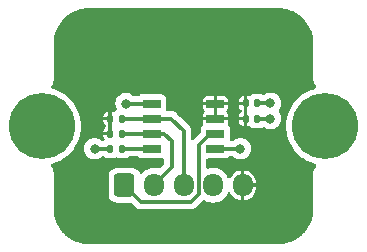
<source format=gbr>
%TF.GenerationSoftware,KiCad,Pcbnew,7.0.1*%
%TF.CreationDate,2023-07-17T00:53:10+01:00*%
%TF.ProjectId,Motor Encoder Board,4d6f746f-7220-4456-9e63-6f6465722042,rev?*%
%TF.SameCoordinates,Original*%
%TF.FileFunction,Copper,L2,Bot*%
%TF.FilePolarity,Positive*%
%FSLAX46Y46*%
G04 Gerber Fmt 4.6, Leading zero omitted, Abs format (unit mm)*
G04 Created by KiCad (PCBNEW 7.0.1) date 2023-07-17 00:53:10*
%MOMM*%
%LPD*%
G01*
G04 APERTURE LIST*
G04 Aperture macros list*
%AMRoundRect*
0 Rectangle with rounded corners*
0 $1 Rounding radius*
0 $2 $3 $4 $5 $6 $7 $8 $9 X,Y pos of 4 corners*
0 Add a 4 corners polygon primitive as box body*
4,1,4,$2,$3,$4,$5,$6,$7,$8,$9,$2,$3,0*
0 Add four circle primitives for the rounded corners*
1,1,$1+$1,$2,$3*
1,1,$1+$1,$4,$5*
1,1,$1+$1,$6,$7*
1,1,$1+$1,$8,$9*
0 Add four rect primitives between the rounded corners*
20,1,$1+$1,$2,$3,$4,$5,0*
20,1,$1+$1,$4,$5,$6,$7,0*
20,1,$1+$1,$6,$7,$8,$9,0*
20,1,$1+$1,$8,$9,$2,$3,0*%
G04 Aperture macros list end*
%TA.AperFunction,ComponentPad*%
%ADD10C,5.600000*%
%TD*%
%TA.AperFunction,ComponentPad*%
%ADD11RoundRect,0.250000X-0.600000X-0.725000X0.600000X-0.725000X0.600000X0.725000X-0.600000X0.725000X0*%
%TD*%
%TA.AperFunction,ComponentPad*%
%ADD12O,1.700000X1.950000*%
%TD*%
%TA.AperFunction,SMDPad,CuDef*%
%ADD13R,1.500000X0.650000*%
%TD*%
%TA.AperFunction,SMDPad,CuDef*%
%ADD14RoundRect,0.140000X-0.140000X-0.170000X0.140000X-0.170000X0.140000X0.170000X-0.140000X0.170000X0*%
%TD*%
%TA.AperFunction,SMDPad,CuDef*%
%ADD15RoundRect,0.135000X0.135000X0.185000X-0.135000X0.185000X-0.135000X-0.185000X0.135000X-0.185000X0*%
%TD*%
%TA.AperFunction,SMDPad,CuDef*%
%ADD16RoundRect,0.135000X-0.135000X-0.185000X0.135000X-0.185000X0.135000X0.185000X-0.135000X0.185000X0*%
%TD*%
%TA.AperFunction,ViaPad*%
%ADD17C,0.800000*%
%TD*%
%TA.AperFunction,Conductor*%
%ADD18C,0.300000*%
%TD*%
G04 APERTURE END LIST*
D10*
%TO.P,H2,1,1*%
%TO.N,unconnected-(H2-Pad1)*%
X129000000Y-61000000D03*
%TD*%
%TO.P,H1,1,1*%
%TO.N,unconnected-(H1-Pad1)*%
X105000000Y-61000000D03*
%TD*%
D11*
%TO.P,J1,1,Pin_1*%
%TO.N,OUT*%
X112000000Y-66000000D03*
D12*
%TO.P,J1,2,Pin_2*%
%TO.N,/SDA*%
X114500000Y-66000000D03*
%TO.P,J1,3,Pin_3*%
%TO.N,/SCL*%
X117000000Y-66000000D03*
%TO.P,J1,4,Pin_4*%
%TO.N,GND*%
X119500000Y-66000000D03*
%TO.P,J1,5,Pin_5*%
%TO.N,+3V3*%
X122000000Y-66000000D03*
%TD*%
D13*
%TO.P,IC1,1,VDD5V*%
%TO.N,+3V3*%
X119700000Y-59095000D03*
%TO.P,IC1,2,VDD3V3*%
X119700000Y-60365000D03*
%TO.P,IC1,3,OUT*%
%TO.N,OUT*%
X119700000Y-61635000D03*
%TO.P,IC1,4,GND*%
%TO.N,GND*%
X119700000Y-62905000D03*
%TO.P,IC1,5,PGO*%
%TO.N,/PGO*%
X114300000Y-62905000D03*
%TO.P,IC1,6,SDA*%
%TO.N,/SDA*%
X114300000Y-61635000D03*
%TO.P,IC1,7,SCL*%
%TO.N,/SCL*%
X114300000Y-60365000D03*
%TO.P,IC1,8,DIR*%
%TO.N,GND*%
X114300000Y-59095000D03*
%TD*%
D14*
%TO.P,C1,1*%
%TO.N,+3V3*%
X122250000Y-59080000D03*
%TO.P,C1,2*%
%TO.N,GND*%
X123210000Y-59080000D03*
%TD*%
D15*
%TO.P,DNP2,1*%
%TO.N,/PGO*%
X111820000Y-62900000D03*
%TO.P,DNP2,2*%
%TO.N,GND*%
X110800000Y-62900000D03*
%TD*%
D16*
%TO.P,R2,1*%
%TO.N,+3V3*%
X110790000Y-61630000D03*
%TO.P,R2,2*%
%TO.N,/SDA*%
X111810000Y-61630000D03*
%TD*%
%TO.P,R1,1*%
%TO.N,+3V3*%
X110790000Y-60370000D03*
%TO.P,R1,2*%
%TO.N,/SCL*%
X111810000Y-60370000D03*
%TD*%
D14*
%TO.P,DNP1,1*%
%TO.N,+3V3*%
X122250000Y-60360000D03*
%TO.P,DNP1,2*%
%TO.N,GND*%
X123210000Y-60360000D03*
%TD*%
D17*
%TO.N,GND*%
X121820000Y-62910000D03*
X124360000Y-59080000D03*
X109470000Y-62910000D03*
X112140000Y-59090000D03*
X124360000Y-60360000D03*
%TD*%
D18*
%TO.N,GND*%
X123210000Y-60360000D02*
X124360000Y-60360000D01*
X119700000Y-62905000D02*
X121815000Y-62905000D01*
X114300000Y-59095000D02*
X112145000Y-59095000D01*
X112145000Y-59095000D02*
X112140000Y-59090000D01*
X123210000Y-59080000D02*
X124360000Y-59080000D01*
X110800000Y-62900000D02*
X109480000Y-62900000D01*
X109480000Y-62900000D02*
X109470000Y-62910000D01*
X121815000Y-62905000D02*
X121820000Y-62910000D01*
%TO.N,OUT*%
X117600000Y-67400000D02*
X113400000Y-67400000D01*
X119275000Y-61635000D02*
X118270000Y-62640000D01*
X113400000Y-67400000D02*
X112000000Y-66000000D01*
X118270000Y-66730000D02*
X117600000Y-67400000D01*
X112000000Y-66000000D02*
X111920000Y-66000000D01*
X119700000Y-61635000D02*
X119275000Y-61635000D01*
X118270000Y-62640000D02*
X118270000Y-66730000D01*
%TO.N,/SDA*%
X111815000Y-61635000D02*
X111810000Y-61630000D01*
X114300000Y-61635000D02*
X111815000Y-61635000D01*
X116000000Y-62270000D02*
X116000000Y-64500000D01*
X115365000Y-61635000D02*
X116000000Y-62270000D01*
X116000000Y-64500000D02*
X114500000Y-66000000D01*
X114500000Y-66000000D02*
X114460000Y-66000000D01*
X114300000Y-61635000D02*
X115365000Y-61635000D01*
%TO.N,/SCL*%
X117000000Y-61400000D02*
X117000000Y-66000000D01*
X114300000Y-60365000D02*
X115965000Y-60365000D01*
X115965000Y-60365000D02*
X117000000Y-61400000D01*
X114300000Y-60365000D02*
X111815000Y-60365000D01*
X111815000Y-60365000D02*
X111810000Y-60370000D01*
%TO.N,/PGO*%
X111825000Y-62905000D02*
X111820000Y-62900000D01*
X114300000Y-62905000D02*
X111825000Y-62905000D01*
%TD*%
%TA.AperFunction,Conductor*%
%TO.N,+3V3*%
G36*
X125003243Y-51000669D02*
G01*
X125133379Y-51007490D01*
X125313908Y-51017628D01*
X125326309Y-51018955D01*
X125474990Y-51042504D01*
X125476245Y-51042709D01*
X125635324Y-51069738D01*
X125646606Y-51072202D01*
X125795635Y-51112134D01*
X125797761Y-51112725D01*
X125949174Y-51156347D01*
X125959260Y-51159729D01*
X126104710Y-51215562D01*
X126107599Y-51216714D01*
X126251768Y-51276430D01*
X126260594Y-51280500D01*
X126400064Y-51351565D01*
X126403748Y-51353521D01*
X126493848Y-51403316D01*
X126539548Y-51428574D01*
X126547061Y-51433081D01*
X126678754Y-51518604D01*
X126682947Y-51521452D01*
X126809147Y-51610996D01*
X126815428Y-51615759D01*
X126937567Y-51714665D01*
X126942158Y-51718571D01*
X127057424Y-51821579D01*
X127062478Y-51826358D01*
X127173640Y-51937520D01*
X127178419Y-51942574D01*
X127281427Y-52057840D01*
X127285333Y-52062431D01*
X127384239Y-52184570D01*
X127389002Y-52190851D01*
X127478546Y-52317051D01*
X127481409Y-52321266D01*
X127566907Y-52452921D01*
X127571430Y-52460460D01*
X127646477Y-52596250D01*
X127648433Y-52599934D01*
X127719498Y-52739404D01*
X127723575Y-52748247D01*
X127783259Y-52892337D01*
X127784462Y-52895353D01*
X127840265Y-53040727D01*
X127843655Y-53050836D01*
X127887258Y-53202185D01*
X127887879Y-53204419D01*
X127927791Y-53353370D01*
X127930264Y-53364694D01*
X127957282Y-53523715D01*
X127957507Y-53525087D01*
X127981040Y-53673666D01*
X127982372Y-53686111D01*
X127992498Y-53866421D01*
X127992523Y-53866884D01*
X127999330Y-53996757D01*
X127999500Y-54003247D01*
X127999500Y-57087533D01*
X128014668Y-57173561D01*
X128029899Y-57259938D01*
X128059712Y-57341849D01*
X128089776Y-57424447D01*
X128177307Y-57576054D01*
X128205466Y-57609613D01*
X128232359Y-57666501D01*
X128227866Y-57729264D01*
X128193144Y-57781741D01*
X128137135Y-57810418D01*
X128115731Y-57815129D01*
X127842143Y-57907312D01*
X127776565Y-57929409D01*
X127776562Y-57929410D01*
X127776560Y-57929411D01*
X127451749Y-58079683D01*
X127145081Y-58264199D01*
X126860161Y-58480789D01*
X126600332Y-58726913D01*
X126368636Y-58999686D01*
X126167786Y-59295919D01*
X126000146Y-59612118D01*
X125867674Y-59944598D01*
X125771930Y-60289440D01*
X125714027Y-60642635D01*
X125694651Y-60999999D01*
X125714027Y-61357364D01*
X125714027Y-61357369D01*
X125714028Y-61357371D01*
X125735639Y-61489191D01*
X125771930Y-61710559D01*
X125867674Y-62055401D01*
X126000146Y-62387881D01*
X126167786Y-62704080D01*
X126368636Y-63000313D01*
X126600332Y-63273086D01*
X126860161Y-63519210D01*
X127063515Y-63673795D01*
X127145081Y-63735800D01*
X127451747Y-63920315D01*
X127776565Y-64070591D01*
X128115726Y-64184868D01*
X128130783Y-64188182D01*
X128137132Y-64189580D01*
X128193142Y-64218256D01*
X128227865Y-64270733D01*
X128232359Y-64333497D01*
X128205467Y-64390385D01*
X128177307Y-64423945D01*
X128089776Y-64575552D01*
X128029898Y-64740064D01*
X127999500Y-64912467D01*
X127999500Y-67996753D01*
X127999330Y-68003243D01*
X127992523Y-68133114D01*
X127992498Y-68133577D01*
X127982372Y-68313887D01*
X127981040Y-68326332D01*
X127957507Y-68474911D01*
X127957282Y-68476283D01*
X127930264Y-68635304D01*
X127927791Y-68646628D01*
X127887879Y-68795579D01*
X127887258Y-68797813D01*
X127843655Y-68949162D01*
X127840265Y-68959271D01*
X127784462Y-69104645D01*
X127783259Y-69107661D01*
X127723575Y-69251751D01*
X127719498Y-69260594D01*
X127648433Y-69400064D01*
X127646477Y-69403748D01*
X127571430Y-69539538D01*
X127566897Y-69547094D01*
X127481412Y-69678728D01*
X127478546Y-69682947D01*
X127389002Y-69809147D01*
X127384239Y-69815428D01*
X127285333Y-69937567D01*
X127281427Y-69942158D01*
X127178419Y-70057424D01*
X127173640Y-70062478D01*
X127062478Y-70173640D01*
X127057424Y-70178419D01*
X126942158Y-70281427D01*
X126937567Y-70285333D01*
X126815428Y-70384239D01*
X126809147Y-70389002D01*
X126682947Y-70478546D01*
X126678728Y-70481412D01*
X126547094Y-70566897D01*
X126539538Y-70571430D01*
X126403748Y-70646477D01*
X126400064Y-70648433D01*
X126260594Y-70719498D01*
X126251751Y-70723575D01*
X126107661Y-70783259D01*
X126104645Y-70784462D01*
X125959271Y-70840265D01*
X125949162Y-70843655D01*
X125797813Y-70887258D01*
X125795579Y-70887879D01*
X125646628Y-70927791D01*
X125635304Y-70930264D01*
X125476283Y-70957282D01*
X125474911Y-70957507D01*
X125326332Y-70981040D01*
X125313887Y-70982372D01*
X125133577Y-70992498D01*
X125133114Y-70992523D01*
X125003243Y-70999330D01*
X124996753Y-70999500D01*
X109003247Y-70999500D01*
X108996757Y-70999330D01*
X108866884Y-70992523D01*
X108866421Y-70992498D01*
X108686111Y-70982372D01*
X108673666Y-70981040D01*
X108525087Y-70957507D01*
X108523715Y-70957282D01*
X108364694Y-70930264D01*
X108353370Y-70927791D01*
X108204419Y-70887879D01*
X108202185Y-70887258D01*
X108050836Y-70843655D01*
X108040727Y-70840265D01*
X107895353Y-70784462D01*
X107892337Y-70783259D01*
X107748247Y-70723575D01*
X107739404Y-70719498D01*
X107599934Y-70648433D01*
X107596250Y-70646477D01*
X107460460Y-70571430D01*
X107452921Y-70566907D01*
X107321266Y-70481409D01*
X107317051Y-70478546D01*
X107190851Y-70389002D01*
X107184570Y-70384239D01*
X107062431Y-70285333D01*
X107057840Y-70281427D01*
X106942574Y-70178419D01*
X106937520Y-70173640D01*
X106826358Y-70062478D01*
X106821579Y-70057424D01*
X106718571Y-69942158D01*
X106714665Y-69937567D01*
X106615759Y-69815428D01*
X106610996Y-69809147D01*
X106521452Y-69682947D01*
X106518604Y-69678754D01*
X106433081Y-69547061D01*
X106428568Y-69539538D01*
X106353521Y-69403748D01*
X106351565Y-69400064D01*
X106280500Y-69260594D01*
X106276430Y-69251768D01*
X106216714Y-69107599D01*
X106215562Y-69104710D01*
X106159729Y-68959260D01*
X106156347Y-68949174D01*
X106112725Y-68797761D01*
X106112134Y-68795635D01*
X106072202Y-68646606D01*
X106069738Y-68635324D01*
X106042709Y-68476245D01*
X106042491Y-68474911D01*
X106018955Y-68326309D01*
X106017628Y-68313908D01*
X106007485Y-68133285D01*
X106007476Y-68133114D01*
X106000669Y-68003243D01*
X106000500Y-67996755D01*
X106000500Y-64912467D01*
X105981788Y-64806344D01*
X105970101Y-64740062D01*
X105910225Y-64575555D01*
X105822692Y-64423945D01*
X105794533Y-64390386D01*
X105767640Y-64333498D01*
X105772134Y-64270733D01*
X105806857Y-64218256D01*
X105862868Y-64189580D01*
X105884270Y-64184869D01*
X105884271Y-64184868D01*
X105884274Y-64184868D01*
X106223435Y-64070591D01*
X106548253Y-63920315D01*
X106854919Y-63735800D01*
X107139837Y-63519211D01*
X107399668Y-63273086D01*
X107631365Y-63000311D01*
X107692597Y-62910000D01*
X108564540Y-62910000D01*
X108584326Y-63098257D01*
X108642820Y-63278284D01*
X108737466Y-63442216D01*
X108864129Y-63582889D01*
X109017269Y-63694151D01*
X109190197Y-63771144D01*
X109375352Y-63810500D01*
X109375354Y-63810500D01*
X109564646Y-63810500D01*
X109564648Y-63810500D01*
X109688084Y-63784262D01*
X109749803Y-63771144D01*
X109922730Y-63694151D01*
X110075871Y-63582888D01*
X110075873Y-63582884D01*
X110086414Y-63575227D01*
X110087834Y-63577182D01*
X110109808Y-63561219D01*
X110160241Y-63550500D01*
X110180405Y-63550500D01*
X110227858Y-63559939D01*
X110268086Y-63586818D01*
X110272402Y-63591135D01*
X110410607Y-63672869D01*
X110564796Y-63717665D01*
X110600819Y-63720500D01*
X110999180Y-63720499D01*
X111035204Y-63717665D01*
X111189393Y-63672869D01*
X111246879Y-63638871D01*
X111310000Y-63621603D01*
X111373120Y-63638871D01*
X111394924Y-63651766D01*
X111430606Y-63672869D01*
X111503867Y-63694153D01*
X111584796Y-63717665D01*
X111620819Y-63720500D01*
X112019180Y-63720499D01*
X112055204Y-63717665D01*
X112209393Y-63672869D01*
X112347598Y-63591135D01*
X112347601Y-63591131D01*
X112350555Y-63589385D01*
X112387142Y-63564939D01*
X112434595Y-63555500D01*
X113108375Y-63555500D01*
X113147534Y-63561846D01*
X113182686Y-63580233D01*
X113192452Y-63587544D01*
X113192454Y-63587546D01*
X113307669Y-63673796D01*
X113442517Y-63724091D01*
X113502127Y-63730500D01*
X115097872Y-63730499D01*
X115157483Y-63724091D01*
X115182165Y-63714884D01*
X115240953Y-63708033D01*
X115296220Y-63729209D01*
X115335375Y-63773591D01*
X115349500Y-63831066D01*
X115349500Y-64179192D01*
X115340061Y-64226645D01*
X115313183Y-64266870D01*
X115079803Y-64500250D01*
X115026347Y-64553706D01*
X114970760Y-64585799D01*
X114906573Y-64585799D01*
X114735407Y-64539936D01*
X114500000Y-64519340D01*
X114264592Y-64539936D01*
X114036336Y-64601097D01*
X113822170Y-64700965D01*
X113628601Y-64836503D01*
X113481398Y-64983706D01*
X113434428Y-65013151D01*
X113379321Y-65019185D01*
X113327091Y-65000604D01*
X113288178Y-64961120D01*
X113192711Y-64806342D01*
X113068657Y-64682288D01*
X112919334Y-64590186D01*
X112752797Y-64535000D01*
X112650009Y-64524500D01*
X111349991Y-64524500D01*
X111247203Y-64535000D01*
X111080665Y-64590186D01*
X110931342Y-64682288D01*
X110807288Y-64806342D01*
X110715186Y-64955665D01*
X110660000Y-65122202D01*
X110649500Y-65224990D01*
X110649500Y-66775008D01*
X110660000Y-66877796D01*
X110715186Y-67044334D01*
X110807288Y-67193657D01*
X110931342Y-67317711D01*
X110931344Y-67317712D01*
X111080666Y-67409814D01*
X111192016Y-67446712D01*
X111247202Y-67464999D01*
X111257703Y-67466071D01*
X111349991Y-67475500D01*
X112504191Y-67475499D01*
X112551644Y-67484938D01*
X112591872Y-67511818D01*
X112879564Y-67799510D01*
X112892912Y-67816169D01*
X112945831Y-67865864D01*
X112948628Y-67868575D01*
X112968961Y-67888908D01*
X112972442Y-67891608D01*
X112981328Y-67899197D01*
X113014607Y-67930448D01*
X113033206Y-67940673D01*
X113049466Y-67951354D01*
X113066236Y-67964362D01*
X113086046Y-67972934D01*
X113108129Y-67982491D01*
X113118620Y-67987630D01*
X113158632Y-68009627D01*
X113179196Y-68014906D01*
X113197601Y-68021208D01*
X113217074Y-68029635D01*
X113262171Y-68036777D01*
X113273586Y-68039141D01*
X113317823Y-68050500D01*
X113339045Y-68050500D01*
X113358444Y-68052027D01*
X113360799Y-68052399D01*
X113379405Y-68055347D01*
X113421319Y-68051384D01*
X113424861Y-68051050D01*
X113436530Y-68050500D01*
X117514495Y-68050500D01*
X117535704Y-68052841D01*
X117538294Y-68052759D01*
X117538296Y-68052760D01*
X117608262Y-68050560D01*
X117612157Y-68050500D01*
X117640920Y-68050500D01*
X117640925Y-68050500D01*
X117645302Y-68049946D01*
X117656941Y-68049030D01*
X117702569Y-68047597D01*
X117722949Y-68041675D01*
X117741989Y-68037732D01*
X117763058Y-68035071D01*
X117805520Y-68018258D01*
X117816557Y-68014480D01*
X117860398Y-68001744D01*
X117878670Y-67990936D01*
X117896136Y-67982380D01*
X117915871Y-67974568D01*
X117952816Y-67947725D01*
X117962548Y-67941332D01*
X118001865Y-67918081D01*
X118016874Y-67903071D01*
X118031663Y-67890439D01*
X118048837Y-67877963D01*
X118077946Y-67842774D01*
X118085790Y-67834154D01*
X118630224Y-67289720D01*
X118678899Y-67259697D01*
X118735874Y-67254712D01*
X118789025Y-67275827D01*
X118808870Y-67289722D01*
X118822170Y-67299035D01*
X119036337Y-67398903D01*
X119264592Y-67460063D01*
X119500000Y-67480659D01*
X119735408Y-67460063D01*
X119963663Y-67398903D01*
X120177829Y-67299035D01*
X120371401Y-67163495D01*
X120538495Y-66996401D01*
X120674035Y-66802829D01*
X120748505Y-66643127D01*
X120793592Y-66591382D01*
X120859296Y-66571543D01*
X120925487Y-66589690D01*
X120971887Y-66640262D01*
X121018058Y-66732988D01*
X121146497Y-66903067D01*
X121304003Y-67046654D01*
X121485201Y-67158846D01*
X121683939Y-67235837D01*
X121850000Y-67266880D01*
X121850000Y-66150000D01*
X122150000Y-66150000D01*
X122150000Y-67266880D01*
X122316060Y-67235837D01*
X122514798Y-67158846D01*
X122695996Y-67046654D01*
X122853502Y-66903067D01*
X122981941Y-66732988D01*
X123076937Y-66542208D01*
X123135262Y-66337219D01*
X123150000Y-66178171D01*
X123150000Y-66150000D01*
X122150000Y-66150000D01*
X121850000Y-66150000D01*
X121850000Y-64733120D01*
X122150000Y-64733120D01*
X122150000Y-65850000D01*
X123150000Y-65850000D01*
X123150000Y-65821829D01*
X123135262Y-65662780D01*
X123076937Y-65457791D01*
X122981941Y-65267011D01*
X122853502Y-65096932D01*
X122695996Y-64953345D01*
X122514798Y-64841153D01*
X122316060Y-64764162D01*
X122150000Y-64733120D01*
X121850000Y-64733120D01*
X121683939Y-64764162D01*
X121485201Y-64841153D01*
X121304003Y-64953345D01*
X121146497Y-65096932D01*
X121018060Y-65267009D01*
X120971887Y-65359738D01*
X120925487Y-65410310D01*
X120859296Y-65428456D01*
X120793592Y-65408617D01*
X120748505Y-65356871D01*
X120706601Y-65267009D01*
X120674035Y-65197171D01*
X120538495Y-65003599D01*
X120371401Y-64836505D01*
X120177830Y-64700965D01*
X119963663Y-64601097D01*
X119868327Y-64575552D01*
X119735407Y-64539936D01*
X119500000Y-64519340D01*
X119264593Y-64539936D01*
X119168463Y-64565694D01*
X119076591Y-64590311D01*
X119020309Y-64592153D01*
X118969014Y-64568912D01*
X118933288Y-64525380D01*
X118920500Y-64470536D01*
X118920500Y-63854500D01*
X118937113Y-63792500D01*
X118982500Y-63747113D01*
X119044500Y-63730500D01*
X120497833Y-63730499D01*
X120497872Y-63730499D01*
X120557483Y-63724091D01*
X120692331Y-63673796D01*
X120807546Y-63587546D01*
X120807547Y-63587544D01*
X120817314Y-63580233D01*
X120852466Y-63561846D01*
X120891625Y-63555500D01*
X121136144Y-63555500D01*
X121174462Y-63561569D01*
X121209030Y-63579182D01*
X121214125Y-63582884D01*
X121214129Y-63582888D01*
X121291185Y-63638872D01*
X121367272Y-63694153D01*
X121540197Y-63771144D01*
X121725352Y-63810500D01*
X121725354Y-63810500D01*
X121914646Y-63810500D01*
X121914648Y-63810500D01*
X122038084Y-63784262D01*
X122099803Y-63771144D01*
X122272730Y-63694151D01*
X122302022Y-63672869D01*
X122425870Y-63582889D01*
X122428262Y-63580233D01*
X122552533Y-63442216D01*
X122647179Y-63278284D01*
X122705674Y-63098256D01*
X122725460Y-62910000D01*
X122705674Y-62721744D01*
X122647179Y-62541716D01*
X122647179Y-62541715D01*
X122552533Y-62377783D01*
X122425870Y-62237110D01*
X122272730Y-62125848D01*
X122099802Y-62048855D01*
X121914648Y-62009500D01*
X121914646Y-62009500D01*
X121725354Y-62009500D01*
X121725352Y-62009500D01*
X121540197Y-62048855D01*
X121367269Y-62125848D01*
X121222791Y-62230818D01*
X121188224Y-62248431D01*
X121149906Y-62254500D01*
X121052932Y-62254500D01*
X120995457Y-62240376D01*
X120951076Y-62201220D01*
X120929899Y-62145954D01*
X120936750Y-62087167D01*
X120942026Y-62073017D01*
X120944091Y-62067483D01*
X120950500Y-62007873D01*
X120950499Y-61262128D01*
X120944091Y-61202517D01*
X120893796Y-61067669D01*
X120807546Y-60952454D01*
X120807543Y-60952452D01*
X120777168Y-60929713D01*
X120741503Y-60887727D01*
X120727543Y-60834437D01*
X120738045Y-60780358D01*
X120747090Y-60759873D01*
X120750000Y-60734792D01*
X120750000Y-60515000D01*
X118650001Y-60515000D01*
X118650001Y-60734795D01*
X118652909Y-60759874D01*
X118661955Y-60780361D01*
X118672456Y-60834439D01*
X118658496Y-60887728D01*
X118622832Y-60929712D01*
X118592454Y-60952452D01*
X118506204Y-61067668D01*
X118455909Y-61202515D01*
X118455909Y-61202517D01*
X118449945Y-61257995D01*
X118449500Y-61262131D01*
X118449500Y-61489191D01*
X118440061Y-61536644D01*
X118413181Y-61576872D01*
X117870484Y-62119568D01*
X117849261Y-62136574D01*
X117840958Y-62141845D01*
X117778409Y-62161096D01*
X117714771Y-62145825D01*
X117667770Y-62100283D01*
X117650500Y-62037158D01*
X117650500Y-61485505D01*
X117652841Y-61464295D01*
X117650561Y-61391738D01*
X117650500Y-61387843D01*
X117650500Y-61359081D01*
X117650500Y-61359075D01*
X117649946Y-61354695D01*
X117649030Y-61343054D01*
X117647597Y-61297431D01*
X117641675Y-61277048D01*
X117637732Y-61258011D01*
X117635071Y-61236942D01*
X117618263Y-61194491D01*
X117614480Y-61183442D01*
X117610720Y-61170500D01*
X117601744Y-61139602D01*
X117590937Y-61121329D01*
X117582382Y-61103866D01*
X117574568Y-61084129D01*
X117547733Y-61047193D01*
X117541325Y-61037436D01*
X117518084Y-60998138D01*
X117518081Y-60998135D01*
X117503068Y-60983122D01*
X117490435Y-60968330D01*
X117489623Y-60967213D01*
X117477963Y-60951163D01*
X117469448Y-60944119D01*
X117442779Y-60922056D01*
X117434140Y-60914194D01*
X117029946Y-60510000D01*
X121670001Y-60510000D01*
X121670001Y-60583001D01*
X121672787Y-60612726D01*
X121716594Y-60737919D01*
X121795358Y-60844641D01*
X121902080Y-60923405D01*
X122027274Y-60967213D01*
X122056993Y-60970000D01*
X122100000Y-60970000D01*
X122100000Y-60969999D01*
X122400000Y-60969999D01*
X122443001Y-60969999D01*
X122472722Y-60967213D01*
X122494506Y-60959590D01*
X122563055Y-60955740D01*
X122623145Y-60988950D01*
X122674311Y-61040116D01*
X122813605Y-61122494D01*
X122969003Y-61167642D01*
X122969007Y-61167643D01*
X123005310Y-61170500D01*
X123414688Y-61170500D01*
X123414690Y-61170500D01*
X123450993Y-61167643D01*
X123606395Y-61122494D01*
X123685720Y-61075581D01*
X123730722Y-61059645D01*
X123778415Y-61061894D01*
X123821720Y-61081995D01*
X123864303Y-61112934D01*
X123907272Y-61144153D01*
X124080197Y-61221144D01*
X124265352Y-61260500D01*
X124265354Y-61260500D01*
X124454646Y-61260500D01*
X124454648Y-61260500D01*
X124578084Y-61234262D01*
X124639803Y-61221144D01*
X124812730Y-61144151D01*
X124868194Y-61103854D01*
X124965870Y-61032889D01*
X124972638Y-61025373D01*
X125092533Y-60892216D01*
X125187179Y-60728284D01*
X125245674Y-60548256D01*
X125265460Y-60360000D01*
X125245674Y-60171744D01*
X125187179Y-59991716D01*
X125187179Y-59991715D01*
X125092533Y-59827784D01*
X125070193Y-59802973D01*
X125042025Y-59749999D01*
X125042025Y-59690001D01*
X125070193Y-59637027D01*
X125085317Y-59620230D01*
X125092533Y-59612216D01*
X125187179Y-59448284D01*
X125245674Y-59268256D01*
X125265460Y-59080000D01*
X125245674Y-58891744D01*
X125190562Y-58722128D01*
X125187179Y-58711715D01*
X125092533Y-58547783D01*
X124965870Y-58407110D01*
X124812730Y-58295848D01*
X124639802Y-58218855D01*
X124454648Y-58179500D01*
X124454646Y-58179500D01*
X124265354Y-58179500D01*
X124265352Y-58179500D01*
X124080197Y-58218855D01*
X123907269Y-58295848D01*
X123821722Y-58358002D01*
X123778415Y-58378105D01*
X123730723Y-58380354D01*
X123685716Y-58364416D01*
X123606394Y-58317505D01*
X123450996Y-58272357D01*
X123429211Y-58270642D01*
X123414690Y-58269500D01*
X123005310Y-58269500D01*
X122993208Y-58270452D01*
X122969003Y-58272357D01*
X122813606Y-58317505D01*
X122674314Y-58399882D01*
X122623144Y-58451051D01*
X122563057Y-58484259D01*
X122494511Y-58480410D01*
X122472723Y-58472786D01*
X122443007Y-58470000D01*
X122400000Y-58470000D01*
X122400000Y-60969999D01*
X122100000Y-60969999D01*
X122100000Y-60510000D01*
X121670001Y-60510000D01*
X117029946Y-60510000D01*
X116734946Y-60215000D01*
X118650000Y-60215000D01*
X119550000Y-60215000D01*
X119550000Y-59245000D01*
X119850000Y-59245000D01*
X119850000Y-60215000D01*
X120749999Y-60215000D01*
X120749999Y-60210000D01*
X121670000Y-60210000D01*
X122100000Y-60210000D01*
X122100000Y-59230000D01*
X121670001Y-59230000D01*
X121670001Y-59303001D01*
X121672787Y-59332726D01*
X121716594Y-59457919D01*
X121795358Y-59564641D01*
X121870678Y-59620230D01*
X121907739Y-59664119D01*
X121921044Y-59720000D01*
X121907739Y-59775881D01*
X121870678Y-59819770D01*
X121795358Y-59875358D01*
X121716594Y-59982080D01*
X121672786Y-60107274D01*
X121670000Y-60136993D01*
X121670000Y-60210000D01*
X120749999Y-60210000D01*
X120749999Y-59995205D01*
X120747090Y-59970126D01*
X120701786Y-59867520D01*
X120651947Y-59817681D01*
X120619853Y-59762094D01*
X120619853Y-59697906D01*
X120651947Y-59642319D01*
X120701785Y-59592480D01*
X120747090Y-59489874D01*
X120750000Y-59464792D01*
X120750000Y-59245000D01*
X119850000Y-59245000D01*
X119550000Y-59245000D01*
X118650001Y-59245000D01*
X118650001Y-59464795D01*
X118652909Y-59489873D01*
X118698213Y-59592479D01*
X118748053Y-59642319D01*
X118780147Y-59697906D01*
X118780147Y-59762094D01*
X118748053Y-59817681D01*
X118698214Y-59867519D01*
X118652909Y-59970125D01*
X118650000Y-59995208D01*
X118650000Y-60215000D01*
X116734946Y-60215000D01*
X116485434Y-59965488D01*
X116472091Y-59948833D01*
X116419166Y-59899134D01*
X116416369Y-59896423D01*
X116396034Y-59876088D01*
X116392547Y-59873383D01*
X116383671Y-59865801D01*
X116350394Y-59834552D01*
X116331793Y-59824326D01*
X116315532Y-59813645D01*
X116301774Y-59802973D01*
X116298764Y-59800638D01*
X116256870Y-59782508D01*
X116246379Y-59777369D01*
X116206367Y-59755372D01*
X116185800Y-59750091D01*
X116167398Y-59743791D01*
X116147924Y-59735364D01*
X116102837Y-59728223D01*
X116091398Y-59725854D01*
X116047178Y-59714500D01*
X116047177Y-59714500D01*
X116025955Y-59714500D01*
X116006556Y-59712973D01*
X115985596Y-59709653D01*
X115985595Y-59709653D01*
X115963558Y-59711736D01*
X115940139Y-59713950D01*
X115928470Y-59714500D01*
X115652932Y-59714500D01*
X115595457Y-59700376D01*
X115551076Y-59661220D01*
X115529899Y-59605954D01*
X115536750Y-59547167D01*
X115544090Y-59527485D01*
X115544089Y-59527485D01*
X115544091Y-59527483D01*
X115550500Y-59467873D01*
X115550499Y-58945000D01*
X118650000Y-58945000D01*
X119550000Y-58945000D01*
X119550000Y-58470001D01*
X118905205Y-58470001D01*
X118880126Y-58472909D01*
X118777520Y-58518213D01*
X118698214Y-58597519D01*
X118652909Y-58700125D01*
X118650000Y-58725208D01*
X118650000Y-58945000D01*
X115550499Y-58945000D01*
X115550499Y-58722128D01*
X115544091Y-58662517D01*
X115493796Y-58527669D01*
X115450625Y-58470000D01*
X119850000Y-58470000D01*
X119850000Y-58945000D01*
X120749999Y-58945000D01*
X120749999Y-58930000D01*
X121670000Y-58930000D01*
X122100000Y-58930000D01*
X122100000Y-58470001D01*
X122056999Y-58470001D01*
X122027273Y-58472787D01*
X121902080Y-58516594D01*
X121795358Y-58595358D01*
X121716594Y-58702080D01*
X121672786Y-58827274D01*
X121670000Y-58856993D01*
X121670000Y-58930000D01*
X120749999Y-58930000D01*
X120749999Y-58725205D01*
X120747090Y-58700126D01*
X120701786Y-58597520D01*
X120622480Y-58518214D01*
X120519874Y-58472909D01*
X120494792Y-58470000D01*
X119850000Y-58470000D01*
X115450625Y-58470000D01*
X115407546Y-58412454D01*
X115292331Y-58326204D01*
X115157483Y-58275909D01*
X115097873Y-58269500D01*
X115097869Y-58269500D01*
X113502130Y-58269500D01*
X113442515Y-58275909D01*
X113352618Y-58309438D01*
X113307669Y-58326204D01*
X113192454Y-58412454D01*
X113192452Y-58412455D01*
X113182686Y-58419767D01*
X113147534Y-58438154D01*
X113108375Y-58444500D01*
X112823856Y-58444500D01*
X112785538Y-58438431D01*
X112750970Y-58420818D01*
X112745874Y-58417115D01*
X112745871Y-58417112D01*
X112651870Y-58348816D01*
X112592727Y-58305846D01*
X112419802Y-58228855D01*
X112234648Y-58189500D01*
X112234646Y-58189500D01*
X112045354Y-58189500D01*
X112045352Y-58189500D01*
X111860197Y-58228855D01*
X111687269Y-58305848D01*
X111534129Y-58417110D01*
X111407466Y-58557783D01*
X111312820Y-58721715D01*
X111254326Y-58901742D01*
X111234540Y-59090000D01*
X111254326Y-59278257D01*
X111312820Y-59458284D01*
X111338660Y-59503039D01*
X111355272Y-59564604D01*
X111339092Y-59626285D01*
X111294399Y-59671768D01*
X111282402Y-59678863D01*
X111211314Y-59749952D01*
X111151226Y-59783162D01*
X111082678Y-59779312D01*
X111006785Y-59752755D01*
X110977398Y-59750000D01*
X110940000Y-59750000D01*
X110940000Y-61656000D01*
X110923387Y-61718000D01*
X110878000Y-61763387D01*
X110816000Y-61780000D01*
X110220000Y-61780000D01*
X110220000Y-61867398D01*
X110222755Y-61896785D01*
X110266065Y-62020556D01*
X110285352Y-62046689D01*
X110307956Y-62100310D01*
X110303610Y-62158339D01*
X110273271Y-62207995D01*
X110268094Y-62213173D01*
X110227862Y-62240059D01*
X110180404Y-62249500D01*
X110133212Y-62249500D01*
X110094894Y-62243431D01*
X110060327Y-62225818D01*
X109922730Y-62125848D01*
X109749802Y-62048855D01*
X109564648Y-62009500D01*
X109564646Y-62009500D01*
X109375354Y-62009500D01*
X109375352Y-62009500D01*
X109190197Y-62048855D01*
X109017269Y-62125848D01*
X108864129Y-62237110D01*
X108737466Y-62377783D01*
X108642820Y-62541715D01*
X108584326Y-62721742D01*
X108564540Y-62910000D01*
X107692597Y-62910000D01*
X107832211Y-62704085D01*
X107975586Y-62433653D01*
X107999853Y-62387881D01*
X108132325Y-62055401D01*
X108228069Y-61710559D01*
X108228068Y-61710559D01*
X108228071Y-61710552D01*
X108285972Y-61357371D01*
X108305348Y-61000000D01*
X108285972Y-60642629D01*
X108265868Y-60520000D01*
X110220000Y-60520000D01*
X110220000Y-60607398D01*
X110222755Y-60636785D01*
X110266065Y-60760556D01*
X110343934Y-60866065D01*
X110390226Y-60900230D01*
X110427287Y-60944119D01*
X110440592Y-61000000D01*
X110427287Y-61055881D01*
X110390226Y-61099770D01*
X110343934Y-61133934D01*
X110266065Y-61239443D01*
X110222755Y-61363214D01*
X110220000Y-61392602D01*
X110220000Y-61480000D01*
X110640000Y-61480000D01*
X110640000Y-60520000D01*
X110220000Y-60520000D01*
X108265868Y-60520000D01*
X108228071Y-60289448D01*
X108208789Y-60220000D01*
X110220000Y-60220000D01*
X110640000Y-60220000D01*
X110640000Y-59750000D01*
X110602602Y-59750000D01*
X110573214Y-59752755D01*
X110449443Y-59796065D01*
X110343934Y-59873934D01*
X110266065Y-59979443D01*
X110222755Y-60103214D01*
X110220000Y-60132602D01*
X110220000Y-60220000D01*
X108208789Y-60220000D01*
X108207401Y-60215000D01*
X108132325Y-59944598D01*
X107999853Y-59612118D01*
X107832213Y-59295919D01*
X107832211Y-59295915D01*
X107631365Y-58999689D01*
X107631363Y-58999686D01*
X107399667Y-58726913D01*
X107139838Y-58480789D01*
X106854918Y-58264199D01*
X106548250Y-58079683D01*
X106223439Y-57929411D01*
X106223440Y-57929411D01*
X106223435Y-57929409D01*
X106052434Y-57871792D01*
X105884267Y-57815129D01*
X105862864Y-57810418D01*
X105806854Y-57781741D01*
X105772133Y-57729263D01*
X105767641Y-57666499D01*
X105794533Y-57609613D01*
X105822692Y-57576055D01*
X105910225Y-57424445D01*
X105970101Y-57259938D01*
X106000500Y-57087532D01*
X106000500Y-57000000D01*
X106000500Y-56999500D01*
X106000500Y-54003245D01*
X106000670Y-53996756D01*
X106007501Y-53866421D01*
X106017628Y-53686087D01*
X106018954Y-53673694D01*
X106042513Y-53524947D01*
X106042700Y-53523809D01*
X106069739Y-53364666D01*
X106072199Y-53353402D01*
X106112150Y-53204305D01*
X106112709Y-53202293D01*
X106156351Y-53050811D01*
X106159724Y-53040753D01*
X106215583Y-52895233D01*
X106216692Y-52892452D01*
X106276439Y-52748212D01*
X106280488Y-52739429D01*
X106351569Y-52599925D01*
X106353521Y-52596250D01*
X106428588Y-52460426D01*
X106433065Y-52452962D01*
X106518633Y-52321199D01*
X106521434Y-52317077D01*
X106611010Y-52190832D01*
X106615733Y-52184603D01*
X106714702Y-52062386D01*
X106718532Y-52057885D01*
X106821613Y-51942537D01*
X106826323Y-51937556D01*
X106937556Y-51826323D01*
X106942537Y-51821613D01*
X107057885Y-51718532D01*
X107062386Y-51714702D01*
X107184603Y-51615733D01*
X107190832Y-51611010D01*
X107317077Y-51521434D01*
X107321199Y-51518633D01*
X107452962Y-51433065D01*
X107460426Y-51428588D01*
X107596255Y-51353517D01*
X107599934Y-51351565D01*
X107739429Y-51280488D01*
X107748212Y-51276439D01*
X107892452Y-51216692D01*
X107895233Y-51215583D01*
X108040753Y-51159724D01*
X108050811Y-51156351D01*
X108202293Y-51112709D01*
X108204305Y-51112150D01*
X108353402Y-51072199D01*
X108364666Y-51069739D01*
X108523809Y-51042700D01*
X108524947Y-51042513D01*
X108673694Y-51018954D01*
X108686087Y-51017628D01*
X108866554Y-51007493D01*
X108996756Y-51000669D01*
X109003245Y-51000500D01*
X124996755Y-51000500D01*
X125003243Y-51000669D01*
G37*
%TD.AperFunction*%
%TD*%
M02*

</source>
